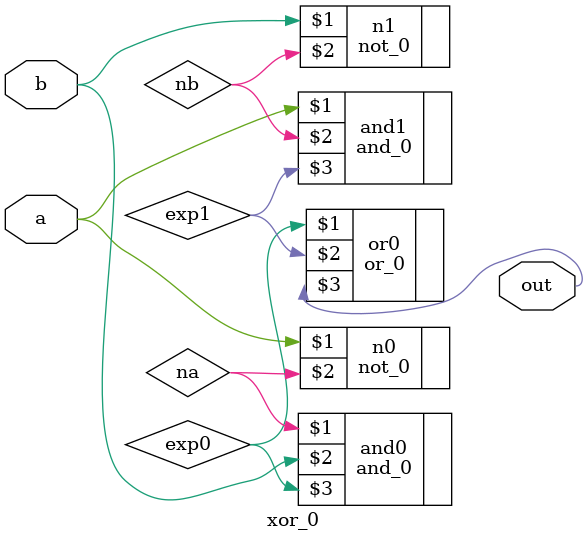
<source format=v>
`include "or_0.v"

module xor_0(
  input wire a,
  input wire b,
  output wire out
);
  wire na;
  wire nb;
  not_0 n0(a, na);
  not_0 n1(b, nb);

  wire exp0;
  wire exp1;
  and_0 and0(na, b, exp0);
  and_0 and1(a, nb, exp1);

  or_0 or0(exp0, exp1, out);
endmodule

</source>
